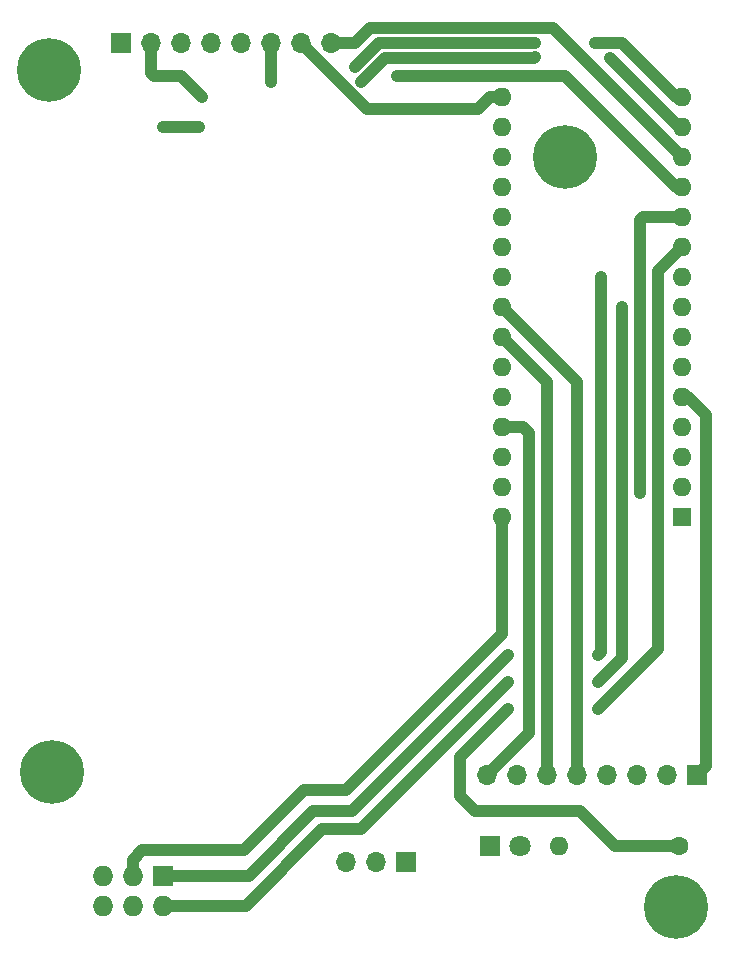
<source format=gbl>
G04 #@! TF.FileFunction,Copper,L2,Bot,Signal*
%FSLAX46Y46*%
G04 Gerber Fmt 4.6, Leading zero omitted, Abs format (unit mm)*
G04 Created by KiCad (PCBNEW 4.0.7) date Mon Dec 24 01:26:40 2018*
%MOMM*%
%LPD*%
G01*
G04 APERTURE LIST*
%ADD10C,0.100000*%
%ADD11R,1.600000X1.600000*%
%ADD12O,1.600000X1.600000*%
%ADD13R,1.800000X1.800000*%
%ADD14C,1.800000*%
%ADD15R,1.727200X1.727200*%
%ADD16O,1.727200X1.727200*%
%ADD17R,1.700000X1.700000*%
%ADD18O,1.700000X1.700000*%
%ADD19C,1.600000*%
%ADD20C,5.400000*%
%ADD21C,0.600000*%
%ADD22C,1.000000*%
G04 APERTURE END LIST*
D10*
D11*
X91440000Y-71120000D03*
D12*
X76200000Y-38100000D03*
X91440000Y-68580000D03*
X76200000Y-40640000D03*
X91440000Y-66040000D03*
X76200000Y-43180000D03*
X91440000Y-63500000D03*
X76200000Y-45720000D03*
X91440000Y-60960000D03*
X76200000Y-48260000D03*
X91440000Y-58420000D03*
X76200000Y-50800000D03*
X91440000Y-55880000D03*
X76200000Y-53340000D03*
X91440000Y-53340000D03*
X76200000Y-55880000D03*
X91440000Y-50800000D03*
X76200000Y-58420000D03*
X91440000Y-48260000D03*
X76200000Y-60960000D03*
X91440000Y-45720000D03*
X76200000Y-63500000D03*
X91440000Y-43180000D03*
X76200000Y-66040000D03*
X91440000Y-40640000D03*
X76200000Y-68580000D03*
X91440000Y-38100000D03*
X76200000Y-71120000D03*
X91440000Y-35560000D03*
X76200000Y-35560000D03*
D13*
X75190000Y-98952000D03*
D14*
X77730000Y-98952000D03*
D15*
X47444000Y-101492000D03*
D16*
X47444000Y-104032000D03*
X44904000Y-101492000D03*
X44904000Y-104032000D03*
X42364000Y-101492000D03*
X42364000Y-104032000D03*
D17*
X92710000Y-92964000D03*
D18*
X90170000Y-92964000D03*
X87630000Y-92964000D03*
X85090000Y-92964000D03*
X82550000Y-92964000D03*
X80010000Y-92964000D03*
X77470000Y-92964000D03*
X74930000Y-92964000D03*
D17*
X43942000Y-30988000D03*
D18*
X46482000Y-30988000D03*
X49022000Y-30988000D03*
X51562000Y-30988000D03*
X54102000Y-30988000D03*
X56642000Y-30988000D03*
X59182000Y-30988000D03*
X61722000Y-30988000D03*
D17*
X68072000Y-100330000D03*
D18*
X65532000Y-100330000D03*
X62992000Y-100330000D03*
D19*
X91190000Y-98952000D03*
D12*
X81030000Y-98952000D03*
D20*
X90932000Y-104140000D03*
X38100000Y-92710000D03*
X37846000Y-33274000D03*
X81534000Y-40640000D03*
D21*
X47498000Y-38100000D03*
X50546000Y-38100000D03*
X86360000Y-53340000D03*
X84328000Y-85090000D03*
X76708000Y-85090000D03*
X84582000Y-50800000D03*
X84328000Y-82804000D03*
X76708000Y-82804000D03*
X84328000Y-87376000D03*
X76708000Y-87376000D03*
X87884000Y-69088000D03*
X67310000Y-33782000D03*
X50800000Y-35560000D03*
X85344000Y-32258000D03*
X78994000Y-32188002D03*
X64262000Y-34290000D03*
X56642000Y-34290000D03*
X84074000Y-30988000D03*
X78994000Y-30988000D03*
X63754000Y-33020000D03*
D22*
X50546000Y-38100000D02*
X47498000Y-38100000D01*
X91440000Y-60960000D02*
X91948000Y-60960000D01*
X91948000Y-60960000D02*
X93472000Y-62484000D01*
X93472000Y-62484000D02*
X93472000Y-92202000D01*
X93472000Y-92202000D02*
X92710000Y-92964000D01*
X82550000Y-92964000D02*
X82550000Y-59690000D01*
X82550000Y-59690000D02*
X76200000Y-53340000D01*
X47444000Y-104032000D02*
X54464000Y-104032000D01*
X86360000Y-83058000D02*
X86360000Y-53340000D01*
X84328000Y-85090000D02*
X86360000Y-83058000D01*
X64262000Y-97536000D02*
X76708000Y-85090000D01*
X60960000Y-97536000D02*
X64262000Y-97536000D01*
X54464000Y-104032000D02*
X60960000Y-97536000D01*
X80010000Y-92964000D02*
X80010000Y-59690000D01*
X80010000Y-59690000D02*
X76200000Y-55880000D01*
X47444000Y-101492000D02*
X54718000Y-101492000D01*
X84582000Y-82550000D02*
X84582000Y-50800000D01*
X84328000Y-82804000D02*
X84582000Y-82550000D01*
X63500000Y-96012000D02*
X76708000Y-82804000D01*
X60198000Y-96012000D02*
X63500000Y-96012000D01*
X54718000Y-101492000D02*
X60198000Y-96012000D01*
X91190000Y-98952000D02*
X85744000Y-98952000D01*
X89408000Y-50292000D02*
X91440000Y-48260000D01*
X89408000Y-82296000D02*
X89408000Y-50292000D01*
X84328000Y-87376000D02*
X89408000Y-82296000D01*
X72644000Y-91440000D02*
X76708000Y-87376000D01*
X72644000Y-94742000D02*
X72644000Y-91440000D01*
X73914000Y-96012000D02*
X72644000Y-94742000D01*
X82804000Y-96012000D02*
X73914000Y-96012000D01*
X85744000Y-98952000D02*
X82804000Y-96012000D01*
X88138000Y-45720000D02*
X91440000Y-45720000D01*
X87884000Y-45974000D02*
X88138000Y-45720000D01*
X87884000Y-69088000D02*
X87884000Y-45974000D01*
X76200000Y-63500000D02*
X77978000Y-63500000D01*
X78486000Y-89408000D02*
X74930000Y-92964000D01*
X78486000Y-64008000D02*
X78486000Y-89408000D01*
X77978000Y-63500000D02*
X78486000Y-64008000D01*
X91440000Y-43180000D02*
X90932000Y-43180000D01*
X90932000Y-43180000D02*
X81534000Y-33782000D01*
X81534000Y-33782000D02*
X67310000Y-33782000D01*
X50800000Y-35560000D02*
X49022000Y-33782000D01*
X49022000Y-33782000D02*
X46736000Y-33782000D01*
X46736000Y-33782000D02*
X46482000Y-33528000D01*
X46482000Y-33528000D02*
X46482000Y-30988000D01*
X61722000Y-30988000D02*
X63754000Y-30988000D01*
X80518000Y-29718000D02*
X91440000Y-40640000D01*
X65024000Y-29718000D02*
X80518000Y-29718000D01*
X63754000Y-30988000D02*
X65024000Y-29718000D01*
X91440000Y-38100000D02*
X91186000Y-38100000D01*
X91186000Y-38100000D02*
X85344000Y-32258000D01*
X78994000Y-32188002D02*
X78924002Y-32258000D01*
X78924002Y-32258000D02*
X66294000Y-32258000D01*
X66294000Y-32258000D02*
X64262000Y-34290000D01*
X56642000Y-34290000D02*
X56642000Y-30988000D01*
X44904000Y-101492000D02*
X44904000Y-100130000D01*
X76200000Y-81026000D02*
X76200000Y-71120000D01*
X62992000Y-94234000D02*
X76200000Y-81026000D01*
X59436000Y-94234000D02*
X62992000Y-94234000D01*
X54356000Y-99314000D02*
X59436000Y-94234000D01*
X45720000Y-99314000D02*
X54356000Y-99314000D01*
X44904000Y-100130000D02*
X45720000Y-99314000D01*
X91440000Y-35560000D02*
X90932000Y-35560000D01*
X90932000Y-35560000D02*
X86360000Y-30988000D01*
X86360000Y-30988000D02*
X84074000Y-30988000D01*
X78994000Y-30988000D02*
X65786000Y-30988000D01*
X65786000Y-30988000D02*
X63754000Y-33020000D01*
X76200000Y-35560000D02*
X75184000Y-35560000D01*
X64770000Y-36576000D02*
X59182000Y-30988000D01*
X74168000Y-36576000D02*
X64770000Y-36576000D01*
X75184000Y-35560000D02*
X74168000Y-36576000D01*
M02*

</source>
